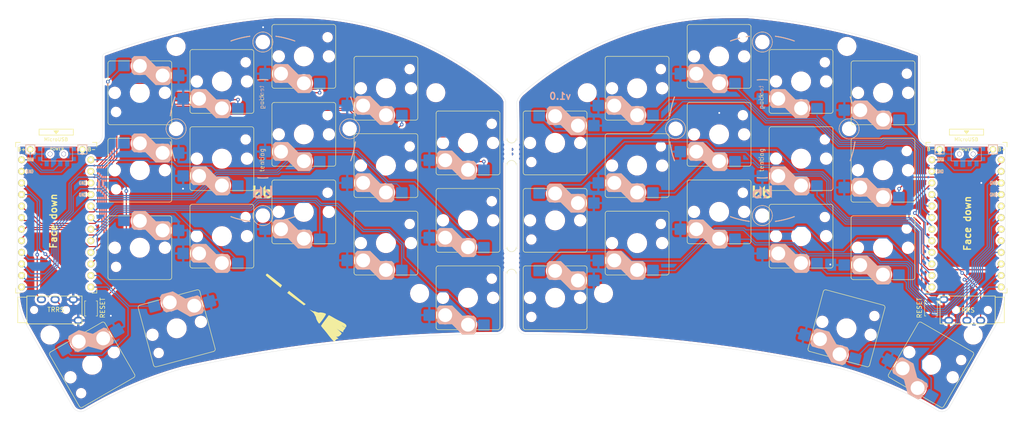
<source format=kicad_pcb>
(kicad_pcb (version 20211014) (generator pcbnew)
  (layers (0 "F.Cu" signal) (31 "B.Cu" signal) (34 "B.Paste" user) (35 "F.Paste" user) (36 "B.SilkS" user "B.Silkscreen") (37 "F.SilkS" user "F.Silkscreen") (38 "B.Mask" user) (39 "F.Mask" user) (44 "Edge.Cuts" user))
  (net 0 "")
  (net 1 "gnd")
  (net 2 "vcc")
  (net 3 "Switch18")
  (net 4 "reset")
  (net 5 "Switch1")
  (net 6 "Switch2")
  (net 7 "Switch3")
  (net 8 "Switch4")
  (net 9 "Switch5")
  (net 10 "Switch6")
  (net 11 "Switch7")
  (net 12 "Switch8")
  (net 13 "Switch9")
  (net 14 "Switch10")
  (net 15 "Switch11")
  (net 16 "Switch12")
  (net 17 "Switch13")
  (net 18 "Switch14")
  (net 19 "Switch15")
  (net 20 "Switch16")
  (net 21 "Switch17")
  (net 22 "raw")
  (net 23 "BT+_r")
  (net 24 "Switch18_r")
  (net 25 "reset_r")
  (net 26 "Switch9_r")
  (net 27 "Switch10_r")
  (net 28 "Switch11_r")
  (net 29 "Switch12_r")
  (net 30 "Switch13_r")
  (net 31 "Switch14_r")
  (net 32 "Switch15_r")
  (net 33 "Switch16_r")
  (net 34 "Switch17_r")
  (net 35 "Switch1_r")
  (net 36 "Switch2_r")
  (net 37 "Switch3_r")
  (net 38 "Switch4_r")
  (net 39 "Switch5_r")
  (net 40 "Switch6_r")
  (net 41 "Switch7_r")
  (net 42 "Switch8_r")
  (net 43 "gnd_r")
  (net 44 "raw_r")
  (net 45 "vcc_r")
  (net 48 "BT+")
  (footprint "kbd:ProMicro_v3_min" (layer "F.Cu") (at 230.178 67.564)
    (fp_text reference "U1" hide)
    (fp_text value "ProMicro-kbd" hide)
  )
  (footprint "* duckyb-collection:TRRS-PJ-320A" (layer "F.Cu") (at 236.474 86.052 -90)
    (fp_text reference "TRRS1")
    (fp_text value "AudioJack4" hide)
  )
  (footprint "* duckyb-collection:SW_Hotswap_Kailh_Choc_V1_tweaked" (layer "F.Cu") (at 175.856 64.516 180)
    (fp_text reference "SW13")
    (fp_text value "SW_Push")
  )
  (footprint "* duckyb-collection:SW_Hotswap_Kailh_Choc_V1_tweaked" (layer "F.Cu") (at 222.386 98.082 150)
    (fp_text reference "SW17")
    (fp_text value "SW_Push")
  )
  (footprint "* duckyb-collection:SW_Hotswap_Kailh_Choc_V1_tweaked" (layer "F.Cu") (at 157.856 71.374 180)
    (fp_text reference "SW12")
    (fp_text value "SW_Push")
  )
  (footprint "* duckyb-collection:SW_Hotswap_Kailh_Choc_V1_tweaked" (layer "F.Cu") (at 203.826 90.082 165)
    (fp_text reference "SW16")
    (fp_text value "SW_Push")
  )
  (footprint "* duckyb-collection:SW_Hotswap_Kailh_Choc_V1_tweaked" (layer "F.Cu") (at 193.856 69.85 180)
    (fp_text reference "SW14")
    (fp_text value "SW_Push")
  )
  (footprint "* duckyb-collection:SW_Hotswap_Kailh_Choc_V1_tweaked" (layer "F.Cu") (at 211.836 72.39 180)
    (fp_text reference "SW15")
    (fp_text value "SW_Push")
  )
  (footprint "* duckyb-collection:SW_Hotswap_Kailh_Choc_V1_tweaked" (layer "F.Cu") (at 175.856 30.382 180)
    (fp_text reference "SW3")
    (fp_text value "SW_Push")
  )
  (footprint "* duckyb-collection:SW_Hotswap_Kailh_Choc_V1_tweaked" (layer "F.Cu") (at 157.856 37.382 180)
    (fp_text reference "SW2")
    (fp_text value "SW_Push")
  )
  (footprint "* duckyb-collection:SW_Hotswap_Kailh_Choc_V1_tweaked" (layer "F.Cu") (at 157.856 54.356 180)
    (fp_text reference "SW7")
    (fp_text value "SW_Push")
  )
  (footprint "* duckyb-collection:SW_Hotswap_Kailh_Choc_V1_tweaked" (layer "F.Cu") (at 139.856 83.382)
    (fp_text reference "SW11")
    (fp_text value "SW_Push")
  )
  (footprint "* duckyb-collection:SW_Hotswap_Kailh_Choc_V1_tweaked" (layer "F.Cu") (at 211.836 55.372 180)
    (fp_text reference "SW10")
    (fp_text value "SW_Push")
  )
  (footprint "* duckyb-collection:SW_Hotswap_Kailh_Choc_V1_tweaked" (layer "F.Cu") (at 193.856 52.832 180)
    (fp_text reference "SW9")
    (fp_text value "SW_Push")
  )
  (footprint "* duckyb-collection:SW_Hotswap_Kailh_Choc_V1_tweaked" (layer "F.Cu") (at 139.856 66.382)
    (fp_text reference "SW6")
    (fp_text value "SW_Push")
  )
  (footprint "* duckyb-collection:SW_Hotswap_Kailh_Choc_V1_tweaked" (layer "F.Cu") (at 211.856 38.382 180)
    (fp_text reference "SW5")
    (fp_text value "SW_Push")
  )
  (footprint "* duckyb-collection:SW_Hotswap_Kailh_Choc_V1_tweaked" (layer "F.Cu") (at 193.856 35.882 180)
    (fp_text reference "SW4")
    (fp_text value "SW_Push")
  )
  (footprint "* duckyb-collection:SW_Hotswap_Kailh_Choc_V1_tweaked" (layer "F.Cu") (at 139.856 49.382)
    (fp_text reference "SW1")
    (fp_text value "SW_Push")
  )
  (footprint "Duckyb-Parts:mouse-bite-5mm-slot-with-space-for-track" (layer "F.Cu") (at 130.302 51.308)
    (fp_text reference "mouse-bite-2mm-slot2" hide)
    (fp_text value "VAL**" hide)
  )
  (footprint "Duckyb-Parts:mouse-bite-5mm-slot-with-space-for-track" (layer "F.Cu") (at 130.302 75.184)
    (fp_text reference "mouse-bite-2mm-slot1" hide)
    (fp_text value "VAL**" hide)
  )
  (footprint "kbd:SW_SPST_B3U-1000P" (layer "F.Cu") (at 222.377 85.725 90)
    (fp_text reference "RSW1" hide)
    (fp_text value "SW_Push")
  )
  (footprint "* duckyb-collection:SW_Hotswap_Kailh_Choc_V1_tweaked" (layer "F.Cu") (at 175.856 47.498 180)
    (fp_text reference "SW8")
    (fp_text value "SW_Push")
  )
  (footprint "* duckyb-collection:Tenting_Puck2_no_pads" (layer "F.Cu") (at 185.356 46.282)
    (fp_text reference "e")
    (fp_text value "Tenting Puck")
  )
  (footprint "kbd:1pin_conn" (layer "F.Cu") (at 235.966 50.8)
    (fp_text reference "Bat+1" hide)
    (fp_text value "MountingHole_Pad" hide)
  )
  (footprint "kbd:1pin_conn" (layer "F.Cu") (at 224.282 50.8)
    (fp_text reference "BatGND1" hide)
    (fp_text value "MountingHole_Pad" hide)
  )
  (footprint "kbd:ProMicro_v3_min" (layer "F.Cu") (at 30.326 67.564)
    (fp_text reference "U2" hide)
    (fp_text value "ProMicro-kbd" hide)
  )
  (footprint "* duckyb-collection:TRRS-PJ-320A" (layer "F.Cu") (at 23.876 86.052 90)
    (fp_text reference "TRRS2")
    (fp_text value "AudioJack4" hide)
  )
  (footprint "* duckyb-collection:SW_Hotswap_Kailh_Choc_V1_tweaked" (layer "F.Cu") (at 48.686 72.39)
    (fp_text reference "SW15_r1")
    (fp_text value "SW_Push")
  )
  (footprint "* duckyb-collection:SW_Hotswap_Kailh_Choc_V1_tweaked" (layer "F.Cu") (at 66.7 52.832 180)
    (fp_text reference "SW9_r1")
    (fp_text value "SW_Push")
  )
  (footprint "* duckyb-collection:SW_Hotswap_Kailh_Choc_V1_tweaked" (layer "F.Cu") (at 84.688 64.516 180)
    (fp_text reference "SW13_r1")
    (fp_text value "SW_Push")
  )
  (footprint "* duckyb-collection:SW_Hotswap_Kailh_Choc_V1_tweaked" (layer "F.Cu") (at 102.714 71.374 180)
    (fp_text reference "SW12_r1")
    (fp_text value "SW_Push")
  )
  (footprint "* duckyb-collection:SW_Hotswap_Kailh_Choc_V1_tweaked" (layer "F.Cu") (at 48.686 38.382)
    (fp_text reference "SW5_r1")
    (fp_text value "SW_Push")
  )
  (footprint "* duckyb-collection:SW_Hotswap_Kailh_Choc_V1_tweaked" (layer "F.Cu") (at 66.7 35.882 180)
    (fp_text reference "SW4_r1")
    (fp_text value "SW_Push")
  )
  (footprint "* duckyb-collection:SW_Hotswap_Kailh_Choc_V1_tweaked" (layer "F.Cu") (at 120.732 49.382 180)
    (fp_text reference "SW1_r1")
    (fp_text value "SW_Push")
  )
  (footprint "* duckyb-collection:SW_Hotswap_Kailh_Choc_V1_tweaked" (layer "F.Cu") (at 66.7 69.85 180)
    (fp_text reference "SW14_r1")
    (fp_text value "SW_Push")
  )
  (footprint "* duckyb-collection:SW_Hotswap_Kailh_Choc_V1_tweaked" (layer "F.Cu") (at 84.688 30.382 180)
    (fp_text reference "SW3_r1")
    (fp_text value "SW_Push")
  )
  (footprint "* duckyb-collection:SW_Hotswap_Kailh_Choc_V1_tweaked" (layer "F.Cu") (at 120.732 83.382 180)
    (fp_text reference "SW11_r1")
    (fp_text value "SW_Push")
  )
  (footprint "* duckyb-collection:SW_Hotswap_Kailh_Choc_V1_tweaked" (layer "F.Cu") (at 48.686 55.372)
    (fp_text reference "SW10_r1")
    (fp_text value "SW_Push")
  )
  (footprint "* duckyb-collection:SW_Hotswap_Kailh_Choc_V1_tweaked" (layer "F.Cu") (at 102.714 37.382 180)
    (fp_text reference "SW2_r1")
    (fp_text value "SW_Push")
  )
  (footprint "* duckyb-collection:SW_Hotswap_Kailh_Choc_V1_tweaked" (layer "F.Cu") (at 102.714 54.356 180)
    (fp_text reference "SW7_r1")
    (fp_text value "SW_Push")
  )
  (footprint "* duckyb-collection:SW_Hotswap_Kailh_Choc_V1_tweaked" (layer "F.Cu") (at 56.778 90.082 15)
    (fp_text reference "SW16_r1")
    (fp_text value "SW_Push")
  )
  (footprint "Kailh:ferris_broom" (layer "F.Cu") (at 84.074 85.344 7)
    (fp_text reference "SweepLogo" hide)
    (fp_text value "LOGO" hide)
  )
  (footprint "* duckyb-collection:SW_Hotswap_Kailh_Choc_V1_tweaked" (layer "F.Cu") (at 84.688 47.498 180)
    (fp_text reference "SW8_r1")
    (fp_text value "SW_Push")
  )
  (footprint "* duckyb-collection:SW_Hotswap_Kailh_Choc_V1_tweaked" (layer "F.Cu") (at 38.218 98.082 30)
    (fp_text reference "SW17_r1")
    (fp_text value "SW_Push")
  )
  (footprint "* duckyb-collection:SW_Hotswap_Kailh_Choc_V1_tweaked" (layer "F.Cu") (at 120.732 66.382 180)
    (fp_text reference "SW6_r1")
    (fp_text value "SW_Push")
  )
  (footprint "* duckyb-collection:Tenting_Puck2_no_pads" (layer "F.Cu") (at 75.692 46.282)
    (fp_text reference "REF_PUCK_R")
    (fp_text value "Tenting Puck")
  )
  (footprint "kbd:1pin_conn" (layer "F.Cu") (at 36.068 50.8)
    (fp_text reference "BatGNDr1")
    (fp_text value "MountingHole_Pad" hide)
  )
  (footprint "kbd:1pin_conn" (layer "F.Cu") (at 24.638 50.8)
    (fp_text reference "Bat+r1")
    (fp_text value "MountingHole_Pad" hide)
  )
  (footprint "kbd:SW_SPST_B3U-1000P" (layer "F.Cu") (at 37.973 85.725 90)
    (fp_text reference "RSW2" hide)
    (fp_text value "SW_Push")
  )
  (footprint "MountingHole:MountingHole_3.2mm_M3" (layer "F.Cu") (at 203.918 28.194)
    (fp_text reference "REF**" hide)
    (fp_text value "MountingHole_3.2mm_M3")
  )
  (footprint "MountingHole:MountingHole_3.2mm_M3" (layer "F.Cu") (at 56.642 28.194)
    (fp_text reference "REF**" hide)
    (fp_text value "MountingHole_3.2mm_M3")
  )
  (footprint "MountingHole:MountingHole_3.2mm_M3" (layer "F.Cu") (at 110.109 82.41961)
    (fp_text reference "REF**" hide)
    (fp_text value "MountingHole_3.2mm_M3")
  )
  (footprint "MountingHole:MountingHole_3.2mm_M3" (layer "F.Cu") (at 28.956 91.567)
    (fp_text reference "REF**" hide)
    (fp_text value "MountingHole_3.2mm_M3")
  )
  (footprint "MountingHole:MountingHole_3.2mm_M3" (layer "F.Cu") (at 231.648 91.567)
    (fp_text reference "REF**" hide)
    (fp_text value "MountingHole_3.2mm_M3")
  )
  (footprint "MountingHole:MountingHole_3.2mm_M3" (layer "F.Cu") (at 150.479 82.41961)
    (fp_text reference "REF**" hide)
    (fp_text value "MountingHole_3.2mm_M3")
  )
  (footprint "MountingHole:MountingHole_3.2mm_M3" (layer "F.Cu") (at 113.665 38.354)
    (fp_text reference "REF**" hide)
    (fp_text value "MountingHole_3.2mm_M3")
  )
  (footprint "MountingHole:MountingHole_3.2mm_M3" (layer "F.Cu") (at 146.905 38.354)
    (fp_text reference "REF**" hide)
    (fp_text value "MountingHole_3.2mm_M3")
  )
  (footprint "Kailh:SPDT_C128955" (layer "B.Cu") (at 230.124 51.816 180)
    (fp_text reference "SW_POWER1")
    (fp_text value "SW_SPDT")
  )
  (footprint "Kailh:SPDT_C128955" (layer "B.Cu") (at 30.48 51.816 180)
    (fp_text reference "SW_POWERR1")
    (fp_text value "SW_SPDT")
  )
  (gr_rect (start 27.178 50.419) (end 33.909 53.34) (layer "B.SilkS") (width 0.12) (fill none))
  (gr_rect (start 226.822 50.419) (end 233.426 53.34) (layer "B.SilkS") (width 0.12) (fill none))
  (gr_line (start 131.5085 77.724) (end 131.506254 89.547024) (layer "Edge.Cuts") (width 0.05))
  (gr_line (start 219.998001 47.763999) (end 219.998045 30.439419) (layer "Edge.Cuts") (width 0.05))
  (gr_arc (start 226.446 107.451265) (mid 225.204995 108.32098) (end 223.714 108.05) (layer "Edge.Cuts") (width 0.05))
  (gr_arc (start 222.033002 49.694917) (mid 220.620534 49.145716) (end 219.998001 47.763999) (layer "Edge.Cuts") (width 0.05))
  (gr_arc (start 182.067777 21.502679) (mid 201.091879 24.375764) (end 219.56329 29.758889) (layer "Edge.Cuts") (width 0.05))
  (gr_arc (start 132.893 38.265) (mid 153.988491 25.788882) (end 178.120389 21.508139) (layer "Edge.Cuts") (width 0.05))
  (gr_arc (start 237.938 49.692) (mid 238.46833 49.91167) (end 238.688 50.442) (layer "Edge.Cuts") (width 0.05))
  (gr_arc (start 131.466055 40.278702) (mid 132.022929 39.160882) (end 132.893 38.265) (layer "Edge.Cuts") (width 0.05))
  (gr_arc (start 133.544 91.383119) (mid 132.156573 90.874102) (end 131.506254 89.547024) (layer "Edge.Cuts") (width 0.05))
  (gr_arc (start 219.56329 29.758889) (mid 219.880079 30.035645) (end 219.998045 30.439419) (layer "Edge.Cuts") (width 0.05))
  (gr_arc (start 202.185134 98.863946) (mid 213.262488 102.723597) (end 223.714 108.05) (layer "Edge.Cuts") (width 0.05))
  (gr_line (start 222.033002 49.694917) (end 237.938 49.692) (layer "Edge.Cuts") (width 0.05))
  (gr_arc (start 133.544 91.383119) (mid 168.064442 93.289554) (end 202.185134 98.863946) (layer "Edge.Cuts") (width 0.05))
  (gr_line (start 238.688 58.42) (end 238.688 66.548) (layer "Edge.Cuts") (width 0.05))
  (gr_line (start 236.953304 88.85815) (end 226.446 107.451265) (layer "Edge.Cuts") (width 0.05))
  (gr_arc (start 238.7 81.534) (mid 238.242913 85.295347) (end 236.953304 88.85815) (layer "Edge.Cuts") (width 0.05))
  (gr_line (start 182.067777 21.502679) (end 178.120389 21.508139) (layer "Edge.Cuts") (width 0.05))
  (gr_line (start 238.688 50.442) (end 238.688 58.42) (layer "Edge.Cuts") (width 0.05))
  (gr_line (start 131.466055 40.278702) (end 131.572 48.768) (layer "Edge.Cuts") (width 0.05))
  (gr_line (start 129.3495 48.768) (end 128.96 48.768) (layer "Edge.Cuts") (width 0.05))
  (gr_line (start 238.688 66.548) (end 238.688 75.438) (layer "Edge.Cuts") (width 0.05))
  (gr_line (start 238.688 75.438) (end 238.7 81.534) (layer "Edge.Cuts") (width 0.05))
  (gr_line (start 129.3495 72.644) (end 128.96 72.644) (layer "Edge.Cuts") (width 0.05))
  (gr_line (start 129.3495 53.848) (end 128.96 53.848) (layer "Edge.Cuts") (width 0.05))
  (gr_line (start 129.3495 77.724) (end 128.96 77.724) (layer "Edge.Cuts") (width 0.05))
  (gr_line (start 131.572 53.848) (end 131.572 72.644) (layer "Edge.Cuts") (width 0.05))
  (gr_line (start 78.412223 21.502679) (end 82.613611 21.508139) (layer "Edge.Cuts") (width 0.05))
  (gr_line (start 21.792 50.442) (end 21.792 58.42) (layer "Edge.Cuts") (width 0.05))
  (gr_line (start 128.96 77.724) (end 128.975507 89.545022) (layer "Edge.Cuts") (width 0.05))
  (gr_arc (start 127.587 38.265) (mid 128.457071 39.160882) (end 129.013945 40.278702) (layer "Edge.Cuts") (width 0.05))
  (gr_arc (start 128.975507 89.545022) (mid 128.324689 90.873432) (end 126.936 91.383119) (layer "Edge.Cuts") (width 0.05))
  (gr_line (start 40.481999 47.763999) (end 40.481955 30.439419) (layer "Edge.Cuts") (width 0.05))
  (gr_line (start 21.792 66.548) (end 21.792 73.914) (layer "Edge.Cuts") (width 0.05))
  (gr_line (start 23.526696 88.85815) (end 34.034 107.451265) (layer "Edge.Cuts") (width 0.05))
  (gr_arc (start 40.481999 47.763999) (mid 39.859467 49.145717) (end 38.446998 49.694917) (layer "Edge.Cuts") (width 0.05))
  (gr_arc (start 40.91671 29.758889) (mid 59.388121 24.375764) (end 78.412223 21.502679) (layer "Edge.Cuts") (width 0.05))
  (gr_arc (start 58.294866 98.863946) (mid 92.415558 93.289555) (end 126.936 91.383119) (layer "Edge.Cuts") (width 0.05))
  (gr_arc (start 23.526696 88.85815) (mid 22.237087 85.295347) (end 21.78 81.534) (layer "Edge.Cuts") (width 0.05))
  (gr_arc (start 21.792 50.442) (mid 22.01167 49.91167) (end 22.542 49.692) (layer "Edge.Cuts") (width 0.05))
  (gr_line (start 38.446998 49.694917) (end 22.542 49.692) (layer "Edge.Cuts") (width 0.05))
  (gr_line (start 21.792 58.42) (end 21.792 66.548) (layer "Edge.Cuts") (width 0.05))
  (gr_arc (start 40.481955 30.439419) (mid 40.599921 30.035645) (end 40.91671 29.758889) (layer "Edge.Cuts") (width 0.05))
  (gr_arc (start 36.766 108.05) (mid 35.275005 108.32098) (end 34.034 107.451265) (layer "Edge.Cuts") (width 0.05))
  (gr_arc (start 82.613611 21.508139) (mid 106.610476 25.833455) (end 127.587 38.265) (layer "Edge.Cuts") (width 0.05))
  (gr_arc (start 36.766 108.05) (mid 47.217512 102.723597) (end 58.294866 98.863946) (layer "Edge.Cuts") (width 0.05))
  (gr_line (start 21.792 73.914) (end 21.78 81.534) (layer "Edge.Cuts") (width 0.05))
  (gr_line (start 128.96 53.848) (end 128.96 72.644) (layer "Edge.Cuts") (width 0.05))
  (gr_line (start 129.013945 40.278702) (end 128.96 48.768) (layer "Edge.Cuts") (width 0.05))
  (gr_line (start 131.572 48.768) (end 131.2545 48.768) (layer "Edge.Cuts") (width 0.05))
  (gr_arc (start 131.254499 72.644) (mid 130.302 73.288873) (end 129.349501 72.643999) (layer "Edge.Cuts") (width 0.05))
  (gr_line (start 131.572 53.848) (end 131.2545 53.848) (layer "Edge.Cuts") (width 0.05))
  (gr_arc (start 129.349501 77.724) (mid 130.302 77.079127) (end 131.254499 77.724001) (layer "Edge.Cuts") (width 0.05))
  (gr_line (start 131.572 72.644) (end 131.2545 72.644) (layer "Edge.Cuts") (width 0.05))
  (gr_arc (start 131.254499 48.768) (mid 130.302 49.412873) (end 129.349501 48.767999) (layer "Edge.Cuts") (width 0.05))
  (gr_line (start 131.5085 77.724) (end 131.2545 77.724) (layer "Edge.Cuts") (width 0.05))
  (gr_arc (start 129.349501 53.848) (mid 130.302 53.203127) (end 131.254499 53.848001) (layer "Edge.Cuts") (width 0.05))
  (gr_text "v1.0" (at 140.97 39.116) (layer "B.SilkS") (effects (font (size 1.5 1.5) (thickness 0.3)) (justify mirror)))
  (gr_text "Face down" (at 230.378 67.056 90) (layer "F.SilkS") (effects (font (size 1.5 1.5) (thickness 0.3))))
  (gr_text "Face down" (at 29.718 66.548 90) (layer "F.SilkS") (effects (font (size 1.5 1.5) (thickness 0.3))))
  (gr_text "B+" (at 22.7076 50.8) (layer "F.SilkS") (effects (font (size 0.8 0.8))))
  (gr_text "B-" (at 38.1 50.8) (layer "F.SilkS") (effects (font (size 0.8 0.8))))
  (gr_text "B-" (at 222.3516 50.7492) (layer "F.SilkS") (effects (font (size 0.8 0.8))))
  (gr_text "B+" (at 237.8964 50.8) (layer "F.SilkS") (effects (font (size 0.8 0.8))))
  (gr_text "POWER" (at 30.48 50.6984) (layer "F.SilkS") (effects (font (size 0.6 0.6) (thickness 0.12))))
  (gr_text "POWER" (at 230.0224 50.8508) (layer "F.SilkS") (effects (font (size 0.6 0.6) (thickness 0.12))))
  (via (at 200.279 76.073) (size 0.8) (drill 0.4) (layers "F.Cu" "B.Cu") (net 1))
  (via (at 175.895 42.799) (size 0.8) (drill 0.4) (layers "F.Cu" "B.Cu") (net 1))
  (via (at 233.426 58.166) (size 0.8) (drill 0.4) (layers "F.Cu" "B.Cu") (net 1))
  (segment (start 229.235 77.9405) (end 229.3245 77.9405) (width 0.25) (layer "F.Cu") (net 2))
  (segment (start 233.274 81.89) (end 233.274 88.352) (width 0.25) (layer "F.Cu") (net 2))
  (segment (start 229.3245 77.9405) (end 233.274 81.89) (width 0.25) (layer "F.Cu") (net 2))
  (via (at 229.235 77.9405) (size 0.8) (drill 0.4) (layers "F.Cu" "B.Cu") (net 2))
  (segment (start 224.028 62.1646) (end 222.5694 60.706) (width 0.25) (layer "B.Cu") (net 2))
  (segment (start 229.235 77.851) (end 224.028 72.644) (width 0.25) (layer "B.Cu") (net 2))
  (segment (start 224.028 72.644) (end 224.028 62.1646) (width 0.25) (layer "B.Cu") (net 2))
  (segment (start 229.235 77.9405) (end 229.235 77.851) (width 0.25) (layer "B.Cu") (net 2))
  (segment (start 229.738701 79.379299) (end 230.274 79.914598) (width 0.25) (layer "F.Cu") (net 3))
  (segment (start 230.274 79.914598) (end 230.274 88.352) (width 0.25) (layer "F.Cu") (net 3))
  (via (at 229.738701 79.379299) (size 0.8) (drill 0.4) (layers "F.Cu" "B.Cu") (net 3))
  (segment (start 231.4324 78.192164) (end 231.4324 75.396011) (width 0.25) (layer "B.Cu") (net 3))
  (segment (start 229.738701 79.379299) (end 230.245265 79.379299) (width 0.25) (layer "B.Cu") (net 3))
  (segment (start 231.4324 75.396011) (end 234.74444 72.083971) (width 0.25) (layer "B.Cu") (net 3))
  (segment (start 234.74444 72.083971) (end 234.74444 58.67096) (width 0.25) (layer "B.Cu") (net 3))
  (segment (start 234.74444 58.67096) (end 237.7894 55.626) (width 0.25) (layer "B.Cu") (net 3))
  (segment (start 230.245265 79.379299) (end 231.4324 78.192164) (width 0.25) (layer "B.Cu") (net 3))
  (segment (start 217.551 65.786) (end 220.345 68.58) (width 0.25) (layer "F.Cu") (net 4))
  (segment (start 217.551 63.1844) (end 217.551 65.786) (width 0.25) (layer "F.Cu") (net 4))
  (segment (start 222.5694 58.166) (end 217.551 63.1844) (width 0.25) (layer "F.Cu") (net 4))
  (segment (start 220.345 68.58) (end 220.345 81.993) (width 0.25) (layer "F.Cu") (net 4))
  (segment (start 220.345 81.993) (end 222.377 84.025) (width 0.25) (layer "F.Cu") (net 4))
  (segment (start 221.869 77.216) (end 236.5194 77.216) (width 0.25) (layer "F.Cu") (net 5))
  (segment (start 220.79452 66.74352) (end 220.79452 76.14152) (width 0.25) (layer "F.Cu") (net 5))
  (segment (start 236.5194 77.216) (end 237.7894 75.946) (width 0.25) (layer "F.Cu") (net 5))
  (segment (start 220.79452 76.14152) (end 221.869 77.216) (width 0.25) (layer "F.Cu") (net 5))
  (segment (start 218.821 64.77) (end 220.79452 66.74352) (width 0.25) (layer "F.Cu") (net 5))
  (via (at 218.821 64.77) (size 0.8) (drill 0.4) (layers "F.Cu" "B.Cu") (net 5))
  (segment (start 212.394594 49.60856) (end 217.753688 49.60856) (width 0.25) (layer "B.Cu") (net 5))
  (segment (start 139.71 46.736) (end 142.748 46.736) (width 0.25) (layer "B.Cu") (net 5))
  (segment (start 219.18192 51.036792) (end 219.18192 58.166) (width 0.25) (layer "B.Cu") (net 5))
  (segment (start 219.18192 64.40908) (end 218.821 64.77) (width 0.25) (layer "B.Cu") (net 5))
  (segment (start 200.100521 48.208521) (end 202.047071 50.155071) (width 0.25) (layer "B.Cu") (net 5))
  (segment (start 142.748 46.736) (end 143.51 47.498) (width 0.25) (layer "B.Cu") (net 5))
  (segment (start 143.51 47.498) (end 160.655 47.498) (width 0.25) (layer "B.Cu") (net 5))
  (segment (start 219.18192 58.166) (end 219.18192 64.40908) (width 0.25) (layer "B.Cu") (net 5))
  (segment (start 211.848083 50.155071) (end 212.394594 49.60856) (width 0.25) (layer "B.Cu") (net 5))
  (segment (start 167.82548 40.32752) (end 181.423085 40.32752) (width 0.25) (layer "B.Cu") (net 5))
  (segment (start 200.100521 48.207628) (end 200.100521 48.208521) (width 0.25) (layer "B.Cu") (net 5))
  (segment (start 199.499479 47.607479) (end 199.500372 47.607479) (width 0.25) (layer "B.Cu") (net 5))
  (segment (start 217.753688 49.60856) (end 219.18192 51.036792) (width 0.25) (layer "B.Cu") (net 5))
  (segment (start 186.063606 44.96804) (end 196.86004 44.96804) (width 0.25) (layer "B.Cu") (net 5))
  (segment (start 196.86004 44.96804) (end 199.499479 47.607479) (width 0.25) (layer "B.Cu") (net 5))
  (segment (start 199.500372 47.607479) (end 200.100521 48.207628) (width 0.25) (layer "B.Cu") (net 5))
  (segment (start 181.423085 40.32752) (end 186.063606 44.96804) (width 0.25) (layer "B.Cu") (net 5))
  (segment (start 136.356 43.382) (end 139.71 46.736) (width 0.25) (layer "B.Cu") (net 5))
  (segment (start 202.047071 50.155071) (end 211.848083 50.155071) (width 0.25) (layer "B.Cu") (net 5))
  (segment (start 160.655 47.498) (end 167.82548 40.32752) (width 0.25) (layer "B.Cu") (net 5))
  (segment (start 199.685677 47.157959) (end 199.68657 47.157959) (width 0.25) (layer "B.Cu") (net 6))
  (segment (start 219.63144 65.327157) (end 221.12708 66.822798) (width 0.25) (layer "B.Cu") (net 6))
  (segment (start 202.234164 49.705551) (end 211.661885 49.705551) (width 0.25) (layer "B.Cu") (net 6))
  (segment (start 186.249803 44.51852) (end 197.046238 44.51852) (width 0.25) (layer "B.Cu") (net 6))
  (segment (start 221.12708 66.822798) (end 221.12708 69.42368) (width 0.25) (layer "B.Cu") (net 6))
  (segment (start 211.661885 49.705551) (end 212.208396 49.15904) (width 0.25) (layer "B.Cu") (net 6))
  (segment (start 197.046238 44.51852) (end 199.685677 47.157959) (width 0.25) (layer "B.Cu") (net 6))
  (segment (start 217.939886 49.15904) (end 219.63144 50.850594) (width 0.25) (layer "B.Cu") (net 6))
  (segment (start 164.86 39.878) (end 181.609283 39.878) (width 0.25) (layer "B.Cu") (net 6))
  (segment (start 212.208396 49.15904) (end 217.939886 49.15904) (width 0.25) (layer "B.Cu") (net 6))
  (segment (start 221.12708 69.42368) (end 222.5694 70.866) (width 0.25) (layer "B.Cu") (net 6))
  (segment (start 219.63144 50.850594) (end 219.63144 65.327157) (width 0.25) (layer "B.Cu") (net 6))
  (segment (start 199.68657 47.157959) (end 202.234164 49.705551) (width 0.25) (layer "B.Cu") (net 6))
  (segment (start 181.609283 39.878) (end 186.249803 44.51852) (width 0.25) (layer "B.Cu") (net 6))
  (segment (start 161.356 43.382) (end 164.86 39.878) (width 0.25) (layer "B.Cu") (net 6))
  (segment (start 179.356 36.989) (end 186.436 44.069) (width 0.25) (layer "B.Cu") (net 7))
  (segment (start 220.08096 65.14096) (end 222.5694 67.6294) (width 0.25) (layer "B.Cu") (net 7))
  (segment (start 211.475687 49.256031) (end 212.022198 48.70952) (width 0.25) (layer "B.Cu") (net 7))
  (segment (start 179.356 36.382) (end 179.356 36.989) (width 0.25) (layer "B.Cu") (net 7))
  (segment (start 220.08096 50.664396) (end 220.08096 65.14096) (width 0.25) (layer "B.Cu") (net 7))
  (segment (start 222.5694 67.6294) (end 222.5694 68.326) (width 0.25) (layer "B.Cu") (net 7))
  (segment (start 218.126084 48.70952) (end 220.08096 50.664396) (width 0.25) (layer "B.Cu") (net 7))
  (segment (start 186.436 44.069) (end 197.233329 44.069) (width 0.25) (layer "B.Cu") (net 7))
  (segment (start 197.233329 44.069) (end 202.420361 49.256031) (width 0.25) (layer "B.Cu") (net 7))
  (segment (start 202.420361 49.256031) (end 211.475687 49.256031) (width 0.25) (layer "B.Cu") (net 7))
  (segment (start 212.022198 48.70952) (end 218.126084 48.70952) (width 0.25) (layer "B.Cu") (net 7))
  (segment (start 220.53048 50.478199) (end 220.53048 63.74708) (width 0.25) (layer "B.Cu") (net 8))
  (segment (start 197.356 41.882) (end 197.356 43.555953) (width 0.25) (layer "B.Cu") (net 8))
  (segment (start 202.606558 48.806511) (end 211.289489 48.806511) (width 0.25) (layer "B.Cu") (net 8))
  (segment (start 211.836 48.26) (end 218.312281 48.26) (width 0.25) (layer "B.Cu") (net 8))
  (segment (start 218.312281 48.26) (end 220.53048 50.478199) (width 0.25) (layer "B.Cu") (net 8))
  (segment (start 211.289489 48.806511) (end 211.836 48.26) (width 0.25) (layer "B.Cu") (net 8))
  (segment (start 220.53048 63.74708) (end 222.5694 65.786) (width 0.25) (layer "B.Cu") (net 8))
  (segment (start 197.356 43.555953) (end 202.606558 48.806511) (width 0.25) (layer "B.Cu") (net 8))
  (segment (start 220.98 62.738) (end 221.488 63.246) (width 0.25) (layer "B.Cu") (net 9))
  (segment (start 215.356 44.382) (end 215.356 44.668) (width 0.25) (layer "B.Cu") (net 9))
  (segment (start 220.98 50.292) (end 220.98 62.738) (width 0.25) (layer "B.Cu") (net 9))
  (segment (start 221.488 63.246) (end 222.5694 63.246) (width 0.25) (layer "B.Cu") (net 9))
  (segment (start 215.356 44.668) (end 220.98 50.292) (width 0.25) (layer "B.Cu") (net 9))
  (segment (start 204.139594 65.83444) (end 215.977842 65.83444) (width 0.25) (layer "B.Cu") (net 10))
  (segment (start 137.269671 60.382) (end 139.069192 58.582479) (width 0.25) (layer "B.Cu") (net 10))
  (segment (start 200.41604 57.539605) (end 200.41604 62.110886) (width 0.25) (layer "B.Cu") (net 10))
  (segment (start 215.977842 65.83444) (end 215.995364 65.816919) (width 0.25) (layer "B.Cu") (net 10))
  (segment (start 145.633521 58.582479) (end 155.084521 49.131479) (width 0.25) (layer "B.Cu") (net 10))
  (segment (start 139.069192 58.582479) (end 145.633521 58.582479) (width 0.25) (layer "B.Cu") (net 10))
  (segment (start 188.468 50.927) (end 193.28396 55.74296) (width 0.25) (layer "B.Cu") (net 10))
  (segment (start 220.67756 68.455513) (end 220.67756 71.51416) (width 0.25) (layer "B.Cu") (net 10))
  (segment (start 174.879 50.927) (end 188.468 50.927) (width 0.25) (layer "B.Cu") (net 10))
  (segment (start 200.41604 62.110886) (end 204.139594 65.83444) (width 0.25) (layer "B.Cu") (net 10))
  (segment (start 220.67756 71.51416) (end 222.5694 73.406) (width 0.25) (layer "B.Cu") (net 10))
  (segment (start 136.356 60.382) (end 137.269671 60.382) (width 0.25) (layer "B.Cu") (net 10))
  (segment (start 218.038966 65.816919) (end 220.67756 68.455513) (width 0.25) (layer "B.Cu") (net 10))
  (segment (start 198.619395 55.74296) (end 200.41604 57.539605) (width 0.25) (layer "B.Cu") (net 10))
  (segment (start 193.28396 55.74296) (end 198.619395 55.74296) (width 0.25) (layer "B.Cu") (net 10))
  (segment (start 173.083479 49.131479) (end 174.879 50.927) (width 0.25) (layer "B.Cu") (net 10))
  (segment (start 155.084521 49.131479) (end 173.083479 49.131479) (width 0.25) (layer "B.Cu") (net 10))
  (segment (start 215.995364 65.816919) (end 218.038966 65.816919) (width 0.25) (layer "B.Cu") (net 10))
  (segment (start 199.96652 57.725802) (end 198.433198 56.19248) (width 0.25) (layer "B.Cu") (net 11))
  (segment (start 217.852768 66.266439) (end 216.181561 66.266439) (width 0.25) (layer "B.Cu") (net 11))
  (segment (start 189.919677 54.282959) (end 184.584959 54.282959) (width 0.25) (layer "B.Cu") (net 11))
  (segment (start 216.181561 66.266439) (end 216.16404 66.28396) (width 0.25) (layer "B.Cu") (net 11))
  (segment (start 191.829198 56.19248) (end 189.919677 54.282959) (width 0.25) (layer "B.Cu") (net 11))
  (segment (start 220.22804 68.641711) (end 217.852768 66.266439) (width 0.25) (layer "B.Cu") (net 11))
  (segment (start 203.953396 66.28396) (end 199.96652 62.297084) (width 0.25) (layer "B.Cu") (net 11))
  (segment (start 198.433198 56.19248) (end 191.829198 56.19248) (width 0.25) (layer "B.Cu") (net 11))
  (segment (start 184.584959 54.282959) (end 181.737 51.435) (width 0.25) (layer "B.Cu") (net 11))
  (segment (start 175.006 51.435) (end 166.085 60.356) (width 0.25) (layer "B.Cu") (net 11))
  (segment (start 166.085 60.356) (end 161.356 60.356) (width 0.25) (layer "B.Cu") (net 11))
  (segment (start 199.96652 62.297084) (end 199.96652 57.725802) (width 0.25) (layer "B.Cu") (net 11))
  (segment (start 222.5694 75.946) (end 220.22804 73.60464) (width 0.25) (layer "B.Cu") (net 11))
  (segment (start 220.22804 73.60464) (end 220.22804 68.641711) (width 0.25) (layer "B.Cu") (net 11))
  (segment (start 216.16404 66.28396) (end 203.953396 66.28396) (width 0.25) (layer "B.Cu") (net 11))
  (segment (start 181.737 51.435) (end 175.006 51.435) (width 0.25) (layer "B.Cu") (net 11))
  (segment (start 216.445431 66.715959) (end 217.66657 66.715959) (width 0.25) (layer "B.Cu") (net 12))
  (segment (start 179.356 53.498) (end 179.579 53.721) (width 0.25) (layer "B.Cu") (net 12))
  (segment (start 184.398761 54.732479) (end 189.733479 54.732479) (width 0.25) (layer "B.Cu") (net 12))
  (segment (start 179.579 53.721) (end 183.387282 53.721) (width 0.25) (layer "B.Cu") (net 12))
  (segment (start 189.733479 54.732479) (end 191.643 56.642) (width 0.25) (layer "B.Cu") (net 12))
  (segment (start 203.767198 66.73348) (end 216.427909 66.73348) (width 0.25) (layer "B.Cu") (net 12))
  (segment (start 199.517 57.912) (end 199.517 62.483282) (width 0.25) (layer "B.Cu") (net 12))
  (segment (start 216.427909 66.73348) (end 216.445431 66.715959) (width 0.25) (layer "B.Cu") (net 12))
  (segment (start 199.517 62.483282) (end 203.767198 66.73348) (width 0.25) (layer "B.Cu") (net 12))
  (segment (start 191.643 56.642) (end 198.247 56.642) (width 0.25) (layer "B.Cu") (net 12))
  (segment (start 198.247 56.642) (end 199.517 57.912) (width 0.25) (layer "B.Cu") (net 12))
  (segment (start 217.66657 66.715959) (end 219.77852 68.827909) (width 0.25) (layer "B.Cu") (net 12))
  (segment (start 183.387282 53.721) (end 184.398761 54.732479) (width 0.25) (layer "B.Cu") (net 12))
  (segment (start 219.77852 75.69512) (end 222.5694 78.486) (width 0.25) (layer "B.Cu") (net 12))
  (segment (start 219.77852 68.827909) (end 219.77852 75.69512) (width 0.25) (layer "B.Cu") (net 12))
  (segment (start 197.356 58.832) (end 197.356 60.958) (width 0.25) (layer "B.Cu") (net 13))
  (segment (start 197.356 60.958) (end 203.581 67.183) (width 0.25) (layer "B.Cu") (net 13))
  (segment (start 219.329 69.014107) (end 219.329 77.7856) (width 0.25) (layer "B.Cu") (net 13))
  (segment (start 217.480372 67.165479) (end 219.329 69.014107) (width 0.25) (layer "B.Cu") (net 13))
  (segment (start 203.581 67.183) (end 216.614107 67.183) (width 0.25) (layer "B.Cu") (net 13))
  (segment (start 219.329 77.7856) (end 222.5694 81.026) (width 0.25) (layer "B.Cu") (net 13))
  (segment (start 216.614107 67.183) (end 216.631628 67.165479) (width 0.25) (layer "B.Cu") (net 13))
  (segment (start 216.631628 67.165479) (end 217.480372 67.165479) (width 0.25) (layer "B.Cu") (net 13))
  (segment (start 234.569 56.896) (end 237.7894 53.6756) (width 0.25) (layer "F.Cu") (net 14))
  (segment (start 215.392 59.436) (end 217.932 56.896) (width 0.25) (layer "F.Cu") (net 14))
  (segment (start 217.932 56.896) (end 234.569 56.896) (width 0.25) (layer "F.Cu") (net 14))
  (segment (start 237.7894 53.6756) (end 237.7894 53.086) (width 0.25) (layer "F.Cu") (net 14))
  (via (at 215.392 59.436) (size 0.8) (drill 0.4) (layers "F.Cu" "B.Cu") (net 14))
  (segment (start 215.336 61.372) (end 215.336 59.492) (width 0.25) (layer "B.Cu") (net 14))
  (segment (start 215.336 59.492) (end 215.392 59.436) (width 0.25) (layer "B.Cu") (net 14))
  (segment (start 173.506959 69.442994) (end 174.882995 68.066959) (width 0.25) (layer "B.Cu") (net 15))
  (segment (start 141.097 73.279) (end 152.064671 73.279) (width 0.25) (layer "B.Cu") (net 15))
  (segment (start 206.248 70.231) (end 212.725 70.231) (width 0.25) (layer "B.Cu") (net 15))
  (segment (start 237.7894 63.5816) (end 237.7894 63.246) (width 0.25) (layer "B.Cu") (net 15))
  (segment (start 220.853 82.55) (end 227.710282 82.55) (width 0.25) (layer "B.Cu") (net 15))
  (segment (start 212.725 70.231) (end 218.821 76.327) (width 0.25) (layer "B.Cu") (net 15))
  (segment (start 193.04 67.691) (end 194.818 67.691) (width 0.25) (layer "B.Cu") (net 15))
  (segment (start 136.356 77.382) (end 136.994 77.382) (width 0.25) (layer "B.Cu") (net 15))
  (segment (start 235.19396 67.745723) (end 235.204 67.735683) (width 0.25) (layer "B.Cu") (net 15))
  (segment (start 174.882995 68.066959) (end 181.352394 68.066959) (width 0.25) (layer "B.Cu") (net 15))
  (segment (start 136.994 77.382) (end 141.097 73.279) (width 0.25) (layer "B.Cu") (net 15))
  (segment (start 192.278 68.453) (end 193.04 67.691) (width 0.25) (layer "B.Cu") (net 15))
  (segment (start 235.19396 72.270169) (end 235.19396 67.745723) (width 0.25) (layer "B.Cu") (net 15))
  (segment (start 218.821 80.518) (end 220.853 82.55) (width 0.25) (layer "B.Cu") (net 15))
  (segment (start 194.818 67.691) (end 200.39596 73.26896) (width 0.25) (layer "B.Cu") (net 15))
  (segment (start 203.21004 73.26896) (end 206.248 70.231) (width 0.25) (layer "B.Cu") (net 15))
  (segment (start 154.681479 73.274479) (end 156.718 75.311) (width 0.25) (layer "B.Cu") (net 15))
  (segment (start 235.204 67.735683) (end 235.204 66.167) (width 0.25) (layer "B.Cu") (net 15))
  (segment (start 152.069192 73.274479) (end 154.681479 73.274479) (width 0.25) (layer "B.Cu") (net 15))
  (segment (start 181.738435 68.453) (end 192.278 68.453) (width 0.25) (layer "B.Cu") (net 15))
  (segment (start 173.506959 69.443323) (end 173.506959 69.442994) (width 0.25) (layer "B.Cu") (net 15))
  (segment (start 231.88192 78.378362) (end 231.88192 75.582209) (width 0.25) (layer "B.Cu") (net 15))
  (segment (start 235.204 66.167) (end 237.7894 63.5816) (width 0.25) (layer "B.Cu") (net 15))
  (segment (start 200.39596 73.26896) (end 203.21004 73.26896) (width 0.25) (layer "B.Cu") (net 15))
  (segment (start 152.064671 73.279) (end 152.069192 73.274479) (width 0.25) (layer "B.Cu") (net 15))
  (segment (start 167.639282 75.311) (end 173.506959 69.443323) (width 0.25) (layer "B.Cu") (net 15))
  (segment (start 227.710282 82.55) (end 231.88192 78.378362) (width 0.25) (layer "B.Cu") (net 15))
  (segment (start 231.88192 75.582209) (end 235.19396 72.270169) (width 0.25) (layer "B.Cu") (net 15))
  (segment (start 181.352394 68.066959) (end 181.738435 68.453) (width 0.25) (layer "B.Cu") (net 15))
  (segment (start 156.718 75.311) (end 167.639282 75.311) (width 0.25) (layer "B.Cu") (net 15))
  (segment (start 218.821 76.327) (end 218.821 80.518) (width 0.25) (layer "B.Cu") (net 15))
  (segment (start 235.64348 72.456367) (end 235.64348 67.93192) (width 0.25) (layer "B.Cu") (net 16))
  (segment (start 187.882995 71.300959) (end 192.315834 71.300959) (width 0.25) (layer "B.Cu") (net 16))
  (segment (start 192.315834 71.300959) (end 194.225355 73.21048) (width 0.25) (layer "B.Cu") (net 16))
  (segment (start 181.166197 68.516479) (end 183.955198 71.30548) (width 0.25) (layer "B.Cu") (net 16))
  (segment (start 218.32304 76.464758) (end 218.32304 80.78204) (width 0.25) (layer "B.Cu") (net 16))
  (segment (start 209.609198 73.71848) (end 211.318678 75.42796) (width 0.25) (layer "B.Cu") (net 16))
  (segment (start 223.31444 85.77344) (end 225.12256 85.77344) (width 0.25) (layer "B.Cu") (net 16))
  (segment (start 232.33144 75.768407) (end 235.64348 72.456367) (width 0.25) (layer "B.Cu") (net 16))
  (segment (start 166.212 77.374) (end 173.956479 69.629521) (width 0.25) (layer "B.Cu") (net 16))
  (segment (start 232.33144 78.56456) (end 232.33144 75.768407) (width 0.25) (layer "B.Cu") (net 16))
  (segment (start 195.146527 73.71848) (end 209.609198 73.71848) (width 0.25) (layer "B.Cu") (net 16))
  (segment (start 187.878473 71.30548) (end 187.882995 71.300959) (width 0.25) (layer "B.Cu") (net 16))
  (segment (start 217.286242 75.42796) (end 218.32304 76.464758) (width 0.25) (layer "B.Cu") (net 16))
  (segment (start 173.956479 69.629192) (end 175.069192 68.516479) (width 0.25) (layer "B.Cu") (net 16))
  (segment (start 218.32304 80.78204) (end 223.31444 85.77344) (width 0.25) (layer "B.Cu") (net 16))
  (segment (start 183.955198 71.30548) (end 187.878473 71.30548) (width 0.25) (layer "B.Cu") (net 16))
  (segment (start 194.225355 73.21048) (end 194.638527 73.21048) (width 0.25) (layer "B.Cu") (net 16))
  (segment (start 173.956479 69.629521) (end 173.956479 69.629192) (width 0.25) (layer "B.Cu") (net 16))
  (segment (start 211.318678 75.42796) (end 217.286242 75.42796) (width 0.25) (layer "B.Cu") (net 16))
  (segment (start 175.069192 68.516479) (end 181.166197 68.516479) (width 0.25) (layer "B.Cu") (net 16))
  (segment (start 225.12256 85.77344) (end 232.33144 78.56456) (width 0.25) (layer "B.Cu") (net 16))
  (segment (start 235.64348 67.93192) (end 237.7894 65.786) (width 0.25) (layer "B.Cu") (net 16))
  (segment (start 161.356 77.374) (end 166.212 77.374) (width 0.25) (layer "B.Cu") (net 16))
  (segment (start 194.638527 73.21048) (end 195.146527 73.71848) (width 0.25) (layer "B.Cu") (net 16))
  (segment (start 188.069192 71.750479) (end 192.129637 71.750479) (width 0.25) (layer "B.Cu") (net 17))
  (segment (start 179.356 70.516) (end 182.53 70.516) (width 0.25) (layer "B.Cu") (net 17))
  (segment (start 183.769 71.755) (end 188.064671 71.755) (width 0.25) (layer "B.Cu") (net 17))
  (segment (start 192.129637 71.750479) (end 194.039158 73.66) (width 0.25) (layer "B.Cu") (net 17))
  (segment (start 217.100044 75.87748) (end 217.87352 76.650956) (width 0.25) (layer "B.Cu") (net 17))
  (segment (start 211.13248 75.87748) (end 217.100044 75.87748) (width 0.25) (layer "B.Cu") (net 17))
  (segment (start 225.308758 86.22296) (end 232.78096 78.750758) (width 0.25) (layer "B.Cu") (net 17))
  (segment (start 194.452329 73.66) (end 194.960329 74.168) (width 0.25) (layer "B.Cu") (net 17))
  (segment (start 232.78096 78.750758) (end 232.78096 75.954605) (width 0.25) (layer "B.Cu") (net 17))
  (segment (start 236.093 72.642565) (end 236.093 69.977) (width 0.25) (layer "B.Cu") (net 17))
  (segment (start 232.78096 75.954605) (end 236.093 72.642565) (width 0.25) (layer "B.Cu") (net 17))
  (segment (start 209.423 74.168) (end 211.13248 75.87748) (width 0.25) (layer "B.Cu") (net 17))
  (segment (start 194.960329 74.168) (end 209.423 74.168) (width 0.25) (layer "B.Cu") (net 17))
  (segment (start 217.87352 76.650956) (end 217.87352 80.968238) (width 0.25) (layer "B.Cu") (net 17))
  (segment (start 217.87352 80.968238) (end 223.128242 86.22296) (width 0.25) (layer "B.Cu") (net 17))
  (segment (start 194.039158 73.66) (end 194.452329 73.66) (width 0.25) (layer "B.Cu") (net 17))
  (segment (start 223.128242 86.22296) (end 225.308758 86.22296) (width 0.25) (layer "B.Cu") (net 17))
  (segment (start 237.744 68.326) (end 237.7894 68.326) (width 0.25) (layer "B.Cu") (net 17))
  (segment (start 236.093 69.977) (end 237.744 68.326) (width 0.25) (layer "B.Cu") (net 17))
  (segment (start 188.064671 71.755) (end 188.069192 71.750479) (width 0.25) (layer "B.Cu") (net 17))
  (segment (start 182.53 70.516) (end 183.769 71.755) (width 0.25) (layer "B.Cu") (net 17))
  (segment (start 199.595521 78.089521) (end 209.35015 78.089521) (width 0.25) (layer "B.Cu") (net 18))
  (segment (start 233.23048 78.936956) (end 233.23048 76.140802) (width 0.25) (layer "B.Cu") (net 18))
  (segment (start 197.356 75.85) (end 199.595521 78.089521) (width 0.25) (layer "B.Cu") (net 18))
  (segment (start 216.913846 76.327) (end 217.424 76.837154) (width 0.25) (layer "B.Cu") (net 18))
  (segment (start 222.942044 86.67248) (end 225.494956 86.67248) (width 0.25) (layer "B.Cu") (net 18))
  (segment (start 225.494956 86.67248) (end 233.23048 78.936956) (width 0.25) (layer "B.Cu") (net 18))
  (segment (start 209.35015 78.089521) (end 211.112671 76.327) (width 0.25) (layer "B.Cu") (net 18))
  (segment (start 237.7894 71.581882) (end 237.7894 70.866) (width 0.25) (layer "B.Cu") (net 18))
  (segment (start 217.424 81.154436) (end 222.942044 86.67248) (width 0.25) (layer "B.Cu") (net 18))
  (segment (start 233.23048 76.140802) (end 237.7894 71.581882) (width 0.25) (layer "B.Cu") (net 18))
  (segment (start 211.112671 76.327) (end 216.913846 76.327) (width 0.25) (layer "B.Cu") (net 18))
  (segment (start 217.424 76.837154) (end 217.424 81.154436) (width 0.25) (layer "B.Cu") (net 18))
  (segment (start 225.681154 87.122) (end 233.68 79.123154) (width 0.25) (layer "B.Cu") (net 19))
  (segment (start 216.97448 81.340634) (end 222.755846 87.122) (width 0.25) (layer "B.Cu") (net 19))
  (segment (start 216.97448 80.02848) (end 216.97448 81.340634) (width 0.25) (layer "B.Cu") (net 19))
  (segment (start 233.68 76.327) (end 236.601 73.406) (width 0.25) (layer "B.Cu") (net 19))
  (segment (start 215.336 78.39) (end 216.97448 80.02848) (width 0.25) (layer "B.Cu") (net 19))
  (segment (start 233.68 79.123154) (end 233.68 76.327) (width 0.25) (layer "B.Cu") (net 19))
  (segment (start 222.755846 87.122) (end 225.681154 87.122) (width 0.25) (layer "B.Cu") (net 19))
  (segment (start 236.601 73.406) (end 237.7894 73.406) (width 0.25) (layer "B.Cu") (net 19))
  (segment (start 228.1174 87.249) (end 236.8804 78.486) (width 0.25) (layer "B.Cu") (net 20))
  (segment (start 223.0882 93.726) (end 228.1174 88.6968) (width 0.25) (layer "B.Cu") (net 20))
  (segment (start 205.653826 96.783422) (end 208.711248 93.726) (width 0.25) (layer "B.Cu") (net 20))
  (segment (start 236.8804 78.486) (end 237.7894 78.486) (width 0.25) (layer "B.Cu") (net 20))
  (segment (start 228.1174 88.6968) (end 228.1174 87.249) (width 0.25) (layer "B.Cu") (net 20))
  (segment (start 208.711248 93.726) (end 223.0882 93.726) (width 0.25) (layer "B.Cu") (net 20))
  (segment (start 222.417089 101.046906) (end 220.311479 98.941296) (width 0.25) (layer "B.Cu") (net 21))
  (segment (start 228.56692 88.882998) (end 228.56692 87.435198) (width 0.25) (layer "B.Cu") (net 21))
  (segment (start 228.56692 87.435198) (end 234.976118 81.026) (width 0.25) (layer "B.Cu") (net 21))
  (segment (start 220.311479 98.941296) (end 220.311479 97.138439) (width 0.25) (layer "B.Cu") (net 21))
  (segment (start 222.417089 105.028152) (end 222.417089 101.046906) (width 0.25) (layer "B.Cu") (net 21))
  (segment (start 220.311479 97.138439) (end 228.56692 88.882998) (width 0.25) (layer "B.Cu") (net 21))
  (segment (start 234.976118 81.026) (end 237.7894 81.026) (width 0.25) (layer "B.Cu") (net 21))
  (segment (start 227.457 55.372) (end 225.171 53.086) (width 0.25) (layer "B.Cu") (net 22))
  (segment (start 231.14 55.372) (end 227.457 55.372) (width 0.25) (layer "B.Cu") (net 22))
  (segment (start 232.374 53.891) (end 232.374 54.138) (width 0.25) (layer "B.Cu") (net 22))
  (segment (start 232.374 54.138) (end 231.14 55.372) (width 0.25) (layer "B.Cu") (net 22))
  (segment (start 225.171 53.086) (end 222.5694 53.086) (width 0.25) (layer "B.Cu") (net 22))
  (segment (start 29.749 55.372) (end 31.23 53.891) (width 0.25) (layer "B.Cu") (net 23))
  (segment (start 24.638 50.8) (end 24.638 52.832) (width 0.25) (layer "B.Cu") (net 23))
  (segment (start 24.638 52.832) (end 27.178 55.372) (width 0.25) (layer "B.Cu") (net 23))
  (segment (start 27.178 55.372) (end 29.749 55.372) (width 0.25) (layer "B.Cu") (net 23))
  (segment (start 31.414 85.09) (end 30.076 83.752) (width 0.25) (layer "F.Cu") (net 24))
  (segment (start 45.72 59.944) (end 45.72 78.74) (width 0.25) (layer "F.Cu") (net 24))
  (segment (start 39.37 85.09) (end 31.414 85.09) (width 0.25) (layer "F.Cu") (net 24))
  (segment (start 45.72 78.74) (end 39.37 85.09) (width 0.25) (layer "F.Cu") (net 24))
  (via (at 45.72 59.944) (size 0.8) (drill 0.4) (layers "F.Cu" "B.Cu") (net 24))
  (segment (start 45.72 59.182) (end 45.72 59.944) (width 0.25) (layer "B.Cu") (net 24))
  (segment (start 40.259718 57.277) (end 43.815 57.277) (width 0.25) (layer "B.Cu") (net 24))
  (segment (start 39.429198 56.44648) (end 40.259718 57.277) (width 0.25) (layer "B.Cu") (net 24))
  (segment (start 38.75788 56.44648) (end 39.429198 56.44648) (width 0.25) (layer "B.Cu") (net 24))
  (segment (start 43.815 57.277) (end 45.72 59.182) (width 0.25) (layer "B.Cu") (net 24))
  (segment (start 37.9374 55.626) (end 38.75788 56.44648) (width 0.25) (layer "B.Cu") (net 24))
  (segment (start 37.973 83.693) (end 37.973 84.152) (width 0.25) (layer "F.Cu") (net 25))
  (segment (start 37.973 84.025) (end 37.973 83.82) (width 0.25) (layer "F.Cu") (net 25))
  (segment (start 37.973 83.82) (end 27.94 73.787) (width 0.25) (layer "F.Cu") (net 25))
  (via (at 27.94 73.787) (size 0.8) (drill 0.4) (layers "F.Cu" "B.Cu") (net 25))
  (segment (start 26.67 62.1186) (end 22.7174 58.166) (width 0.25) (layer "B.Cu") (net 25))
  (segment (start 26.67 72.517) (end 26.67 62.1186) (width 0.25) (layer "B.Cu") (net 25))
  (segment (start 27.94 73.787) (end 26.67 72.517) (width 0.25) (layer "B.Cu") (net 25))
  (segment (start 26.162 81.026) (end 30.734 76.454) (width 0.25) (layer "B.Cu") (net 26))
  (segment (start 68.137 56.769) (end 70.2 58.832) (width 0.25) (layer "B.Cu") (net 26))
  (segment (start 65.787436 56.769) (end 68.137 56.769) (width 0.25) (layer "B.Cu") (net 26))
  (segment (start 30.734 76.454) (end 30.734 68.453001) (width 0.25) (layer "B.Cu") (net 26))
  (segment (start 22.7174 81.026) (end 26.162 81.026) (width 0.25) (layer "B.Cu") (net 26))
  (segment (start 30.734 68.453001) (end 37.338001 61.849) (width 0.25) (layer "B.Cu") (net 26))
  (segment (start 37.338001 61.849) (end 60.707436 61.849) (width 0.25) (layer "B.Cu") (net 26))
  (segment (start 60.707436 61.849) (end 65.787436 56.769) (width 0.25) (layer "B.Cu") (net 26))
  (segment (start 45.186 49.372) (end 41.472 53.086) (width 0.25) (layer "B.Cu") (net 27))
  (segment (start 41.472 53.086) (end 37.9374 53.086) (width 0.25) (layer "B.Cu") (net 27))
  (segment (start 42.034847 64.516) (end 39.2074 64.516) (width 0.25) (layer "B.Cu") (net 28))
  (segment (start 124.232 89.382) (end 123.518329 89.382) (width 0.25) (layer "B.Cu") (net 28))
  (segment (start 43.314887 63.23596) (end 42.034847 64.516) (width 0.25) (layer "B.Cu") (net 28))
  (segment (start 74.473844 61.542439) (end 72.780323 63.23596) (width 0.25) (layer "B.Cu") (net 28))
  (segment (start 116.193808 82.057479) (end 114.061479 82.057479) (width 0.25) (layer "B.Cu") (net 28))
  (segment (start 114.061479 82.057479) (end 106.62152 74.61752) (width 0.25) (layer "B.Cu") (net 28))
  (segment (start 103.437197 68.38448) (end 97.849198 68.38448) (width 0.25) (layer "B.Cu") (net 28))
  (segment (start 106.62152 74.61752) (end 106.62152 71.568802) (width 0.25) (layer "B.Cu") (net 28))
  (segment (start 72.780323 63.23596) (end 43.314887 63.23596) (width 0.25) (layer "B.Cu") (net 28))
  (segment (start 87.450439 61.542439) (end 74.473844 61.542439) (width 0.25) (layer "B.Cu") (net 28))
  (segment (start 97.849198 68.38448) (end 92.134198 62.66948) (width 0.25) (layer "B.Cu") (net 28))
  (segment (start 106.358197 71.30548) (end 103.437197 68.38448) (width 0.25) (layer "B.Cu") (net 28))
  (segment (start 92.134198 62.66948) (end 88.57748 62.66948) (width 0.25) (layer "B.Cu") (net 28))
  (segment (start 123.518329 89.382) (end 116.193808 82.057479) (width 0.25) (layer "B.Cu") (net 28))
  (segment (start 88.57748 62.66948) (end 87.450439 61.542439) (width 0.25) (layer "B.Cu") (net 28))
  (segment (start 39.2074 64.516) (end 37.9374 63.246) (width 0.25) (layer "B.Cu") (net 28))
  (segment (start 106.62152 71.568802) (end 106.358197 71.30548) (width 0.25) (layer "B.Cu") (net 28))
  (segment (start 72.96652 63.68548) (end 43.501085 63.68548) (width 0.25) (layer "B.Cu") (net 29))
  (segment (start 91.948 63.119) (end 88.391282 63.119) (width 0.25) (layer "B.Cu") (net 29))
  (segment (start 103.251 68.834) (end 97.663 68.834) (width 0.25) (layer "B.Cu") (net 29))
  (segment (start 87.264241 61.991959) (end 74.660042 61.991959) (width 0.25) (layer "B.Cu") (net 29))
  (segment (start 43.501085 63.68548) (end 40.511564 66.675) (width 0.25) (layer "B.Cu") (net 29))
  (segment (start 97.663 68.834) (end 91.948 63.119) (width 0.25) (layer "B.Cu") (net 29))
  (segment (start 106.214 77.374) (end 106.172 77.332) (width 0.25) (layer "B.Cu") (net 29))
  (segment (start 106.172 71.755) (end 103.251 68.834) (width 0.25) (layer "B.Cu") (net 29))
  (segment (start 88.391282 63.119) (end 87.264241 61.991959) (width 0.25) (layer "B.Cu") (net 29))
  (segment (start 38.8264 66.675) (end 37.9374 65.786) (width 0.25) (layer "B.Cu") (net 29))
  (segment (start 74.660042 61.991959) (end 72.96652 63.68548) (width 0.25) (layer "B.Cu") (net 29))
  (segment (start 40.511564 66.675) (end 38.8264 66.675) (width 0.25) (layer "B.Cu") (net 29))
  (segment (start 106.172 77.332) (end 106.172 71.755) (width 0.25) (layer "B.Cu") (net 29))
  (segment (start 87.078043 62.441479) (end 88.188 63.551436) (width 0.25) (layer "B.Cu") (net 30))
  (segment (start 88.188 63.551436) (end 88.188 70.516) (width 0.25) (layer "B.Cu") (net 30))
  (segment (start 39.496282 68.326) (end 43.687282 64.135) (width 0.25) (layer "B.Cu") (net 30))
  (segment (start 43.687282 64.135) (end 73.152718 64.135) (width 0.25) (layer "B.Cu") (net 30))
  (segment (start 73.152718 64.135) (end 74.846239 62.441479) (width 0.25) (layer "B.Cu") (net 30))
  (segment (start 74.846239 62.441479) (end 87.078043 62.441479) (width 0.25) (layer "B.Cu") (net 30))
  (segment (start 37.9374 68.326) (end 39.496282 68.326) (width 0.25) (layer "B.Cu") (net 30))
  (segment (start 70.2 75.85) (end 70.2 75.28) (width 0.25) (layer "B.Cu") (net 31))
  (segment (start 62.175479 68.525479) (end 60.397479 68.525479) (width 0.25) (layer "B.Cu") (net 31))
  (segment (start 70.2 75.28) (end 68.199 73.279) (width 0.25) (layer "B.Cu") (net 31))
  (segment (start 60.397479 68.525479) (end 56.462479 64.590479) (width 0.25) (layer "B.Cu") (net 31))
  (segment (start 68.199 73.279) (end 66.929 73.279) (width 0.25) (layer "B.Cu") (net 31))
  (segment (start 56.462479 64.590479) (end 43.867521 64.590479) (width 0.25) (layer "B.Cu") (net 31))
  (segment (start 37.9374 70.5206) (end 37.9374 70.866) (width 0.25) (layer "B.Cu") (net 31))
  (segment (start 43.867521 64.590479) (end 37.9374 70.5206) (width 0.25) (layer "B.Cu") (net 31))
  (segment (start 66.929 73.279) (end 62.175479 68.525479) (width 0.25) (layer "B.Cu") (net 31))
  (segment (start 45.186 66.39) (end 44.582 65.786) (width 0.25) (layer "B.Cu") (net 32))
  (segment (start 39.37 69.723718) (end 39.37 71.9734) (width 0.25) (layer "B.Cu") (net 32))
  (segment (start 44.582 65.786) (end 43.307718 65.786) (width 0.25) (layer "B.Cu") (net 32))
  (segment (start 43.307718 65.786) (end 39.37 69.723718) (width 0.25) (layer "B.Cu") (net 32))
  (segment (start 39.37 71.9734) (end 37.9374 73.406) (width 0.25) (layer "B.Cu") (net 32))
  (segment (start 51.844345 85.192312) (end 46.330312 85.192312) (width 0.25) (layer "B.Cu") (net 33))
  (segment (start 46.330312 85.192312) (end 39.624 78.486) (width 0.25) (layer "B.Cu") (net 33))
  (segment (start 39.624 78.486) (end 37.9374 78.486) (width 0.25) (layer "B.Cu") (net 33))
  (segment (start 46.101 91.567) (end 46.101 85.598718) (width 0.25) (layer "B.Cu") (net 34))
  (segment (start 39.077296 96.007479) (end 39.081817 96.012) (width 0.25) (layer "B.Cu") (net 34))
  (segment (start 37.354183 96.012) (end 37.358704 96.007479) (width 0.25) (layer "B.Cu") (net 34))
  (segment (start 42.432504 94.007479) (end 43.660521 94.007479) (width 0.25) (layer "B.Cu") (net 34))
  (segment (start 46.101 85.598718) (end 41.528282 81.026) (width 0.25) (layer "B.Cu") (net 34))
  (segment (start 43.660521 94.007479) (end 46.101 91.567) (width 0.25) (layer "B.Cu") (net 34))
  (segment (start 39.081817 96.012) (end 40.427983 96.012) (width 0.25) (layer "B.Cu") (net 34))
  (segment (start 32.186911 94.635848) (end 33.563063 96.012) (width 0.25) (layer "B.Cu") (net 34))
  (segment (start 37.358704 96.007479) (end 39.077296 96.007479) (width 0.25) (layer "B.Cu") (net 34))
  (segment (start 33.563063 96.012) (end 37.354183 96.012) (width 0.25) (layer "B.Cu") (net 34))
  (segment (start 41.528282 81.026) (end 37.9374 81.026) (width 0.25) (layer "B.Cu") (net 34))
  (segment (start 40.427983 96.012) (end 42.432504 94.007479) (width 0.25) (layer "B.Cu") (net 34))
  (segment (start 47.616396 41.79304) (end 43.625218 45.784218) (width 0.25) (layer "F.Cu") (net 35))
  (segment (start 124.206 53.467) (end 121.774591 53.467) (width 0.25) (layer "F.Cu") (net 35))
  (segment (start 83.87848 42.23252) (end 81.39696 44.71404) (width 0.25) (layer "F.Cu") (net 35))
  (segment (start 41.275 72.6084) (end 37.9374 75.946) (width 0.25) (layer "F.Cu") (net 35))
  (segment (start 81.39696 44.71404) (end 62.238604 44.71404) (width 0.25) (layer "F.Cu") (net 35))
  (segment (start 43.625218 45.784218) (end 43.625218 52.769935) (width 0.25) (layer "F.Cu") (net 35))
  (segment (start 100.532521 48.057479) (end 94.707562 42.23252) (width 0.25) (layer "F.Cu") (net 35))
  (segment (start 41.275 55.120153) (end 41.275 72.6084) (width 0.25) (layer "F.Cu") (net 35))
  (segment (start 94.707562 42.23252) (end 83.87848 42.23252) (width 0.25) (layer "F.Cu") (net 35))
  (segment (start 43.625218 52.769935) (end 41.275 55.120153) (width 0.25) (layer "F.Cu") (net 35))
  (segment (start 59.317604 41.79304) (end 47.616396 41.79304) (width 0.25) (layer "F.Cu") (net 35))
  (segment (start 116.36507 48.057479) (end 100.532521 48.057479) (width 0.25) (layer "F.Cu") (net 35))
  (segment (start 62.238604 44.71404) (end 59.317604 41.79304) (width 0.25) (layer "F.Cu") (net 35))
  (segment (start 121.774591 53.467) (end 116.36507 48.057479) (width 0.25) (layer "F.Cu") (net 35))
  (via (at 124.206 53.467) (size 0.8) (drill 0.4) (layers "F.Cu" "B.Cu") (net 35))
  (segment (start 124.232 55.382) (end 124.232 53.493) (width 0.25) (layer "B.Cu") (net 35))
  (segment (start 124.232 53.493) (end 124.206 53.467) (width 0.25) (layer "B.Cu") (net 35))
  (segment (start 43.053 45.720718) (end 43.053 52.706436) (width 0.25) (layer "F.Cu") (net 36))
  (segment (start 40.82548 54.933956) (end 40.82548 70.68052) (width 0.25) (layer "F.Cu") (net 36))
  (segment (start 81.184041 44.26452) (end 62.424802 44.26452) (width 0.25) (layer "F.Cu") (net 36))
  (segment (start 40.82548 70.68052) (end 39.37 72.136) (width 0.25) (layer "F.Cu") (net 36))
  (segment (start 83.665561 41.783) (end 81.184041 44.26452) (width 0.25) (layer "F.Cu") (net 36))
  (segment (start 37.465 72.136) (end 33.73356 68.40456) (width 0.25) (layer "F.Cu") (net 36))
  (segment (start 22.7174 70.3736) (end 22.7174 70.866) (width 0.25) (layer "F.Cu") (net 36))
  (segment (start 103.903041 47.607959) (end 100.718718 47.607959) (width 0.25) (layer "F.Cu") (net 36))
  (segment (start 62.424802 44.26452) (end 59.503802 41.34352) (width 0.25) (layer "F.Cu") (net 36))
  (segment (start 59.503802 41.34352) (end 47.430198 41.34352) (width 0.25) (layer "F.Cu") (net 36))
  (segment (start 94.893759 41.783) (end 83.665561 41.783) (width 0.25) (layer "F.Cu") (net 36))
  (segment (start 43.053 52.706436) (end 40.82548 54.933956) (width 0.25) (layer "F.Cu") (net 36))
  (segment (start 47.430198 41.34352) (end 43.053 45.720718) (width 0.25) (layer "F.Cu") (net 36))
  (segment (start 24.68644 68.40456) (end 22.7174 70.3736) (width 0.25) (layer "F.Cu") (net 36))
  (segment (start 39.37 72.136) (end 37.465 72.136) (width 0.25) (layer "F.Cu") (net 36))
  (segment (start 100.718718 47.607959) (end 94.893759 41.783) (width 0.25) (layer "F.Cu") (net 36))
  (segment (start 33.73356 68.40456) (end 24.68644 68.40456) (width 0.25) (layer "F.Cu") (net 36))
  (segment (start 106.172 45.339) (end 103.903041 47.607959) (width 0.25) (layer "F.Cu") (net 36))
  (via (at 106.172 45.339) (size 0.8) (drill 0.4) (layers "F.Cu" "B.Cu") (net 36))
  (segment (start 106.214 43.382) (end 106.214 45.297) (width 0.25) (layer "B.Cu") (net 36))
  (segment (start 106.214 45.297) (end 106.172 45.339) (width 0.25) (layer "B.Cu") (net 36))
  (segment (start 24.1144 67.564) (end 23.3524 68.326) (width 0.25) (layer "F.Cu") (net 37))
  (segment (start 34.55404 67.95504) (end 25.53704 67.95504) (width 0.25) (layer "F.Cu") (net 37))
  (segment (start 42.55504 52.568676) (end 40.37596 54.747759) (width 0.25) (layer "F.Cu") (net 37))
  (segment (start 40.37596 54.747759) (end 40.37596 68.71704) (width 0.25) (layer "F.Cu") (net 37))
  (segment (start 39.497 69.596) (end 36.195 69.596) (width 0.25) (layer "F.Cu") (net 37))
  (segment (start 36.195 69.596) (end 34.55404 67.95504) (width 0.25) (layer "F.Cu") (net 37))
  (segment (start 25.53704 67.95504) (end 25.146 67.564) (width 0.25) (layer "F.Cu") (net 37))
  (segment (start 86.458843 38.354) (end 80.997843 43.815) (width 0.25) (layer "F.Cu") (net 37))
  (segment (start 40.37596 68.71704) (end 39.497 69.596) (width 0.25) (layer "F.Cu") (net 37))
  (segment (start 59.69 40.894) (end 47.244 40.894) (width 0.25) (layer "F.Cu") (net 37))
  (segment (start 23.3524 68.326) (end 22.7174 68.326) (width 0.25) (layer "F.Cu") (net 37))
  (segment (start 47.244 40.894) (end 42.55504 45.58296) (width 0.25) (layer "F.Cu") (net 37))
  (segment (start 25.146 67.564) (end 24.1144 67.564) (width 0.25) (layer "F.Cu") (net 37))
  (segment (start 80.997843 43.815) (end 62.611 43.815) (width 0.25) (layer "F.Cu") (net 37))
  (segment (start 42.55504 45.58296) (end 42.55504 52.568676) (width 0.25) (layer "F.Cu") (net 37))
  (segment (start 88.138 38.354) (end 86.458843 38.354) (width 0.25) (layer "F.Cu") (net 37))
  (segment (start 62.611 43.815) (end 59.69 40.894) (width 0.25) (layer "F.Cu") (net 37))
  (via (at 88.138 38.354) (size 0.8) (drill 0.4) (layers "F.Cu" "B.Cu") (net 37))
  (segment (start 88.188 38.304) (end 88.138 38.354) (width 0.25) (layer "B.Cu") (net 37))
  (segment (start 88.188 36.382) (end 88.188 38.304) (width 0.25) (layer "B.Cu") (net 37))
  (segment (start 36.195 67.056) (end 35.74548 67.50552) (width 0.25) (layer "F.Cu") (net 38))
  (segment (start 56.007 37.465) (end 55.118 36.576) (width 0.25) (layer "F.Cu") (net 38))
  (segment (start 26.610802 67.50552) (end 25.526282 66.421) (width 0.25) (layer "F.Cu") (net 38))
  (segment (start 39.92644 54.561559) (end 39.92644 65.99156) (width 0.25) (layer "F.Cu") (net 38))
  (segment (start 42.10552 52.382479) (end 39.92644 54.561559) (width 0.25) (layer "F.Cu") (net 38))
  (segment (start 47.385521 36.307479) (end 42.10552 41.58748) (width 0.25) (layer "F.Cu") (net 38))
  (segment (start 23.3524 66.421) (end 22.7174 65.786) (width 0.25) (layer "F.Cu") (net 38))
  (segment (start 55.118 36.576) (end 51.322909 36.576) (width 0.25) (layer "F.Cu") (net 38))
  (segment (start 62.992 37.465) (end 56.007 37.465) (width 0.25) (layer "F.Cu") (net 38))
  (segment (start 42.10552 41.58748) (end 42.10552 52.382479) (width 0.25) (layer "F.Cu") (net 38))
  (segment (start 65.405 39.878) (end 62.992 37.465) (width 0.25) (layer "F.Cu") (net 38))
  (segment (start 38.862 67.056) (end 36.195 67.056) (width 0.25) (layer "F.Cu") (net 38))
  (segment (start 25.526282 66.421) (end 23.3524 66.421) (width 0.25) (layer "F.Cu") (net 38))
  (segment (start 51.054388 36.307479) (end 47.385521 36.307479) (width 0.25) (layer "F.Cu") (net 38))
  (segment (start 35.74548 67.50552) (end 26.610802 67.50552) (width 0.25) (layer "F.Cu") (net 38))
  (segment (start 51.322909 36.576) (end 51.054388 36.307479) (width 0.25) (layer "F.Cu") (net 38))
  (segment (start 70.231 39.878) (end 65.405 39.878) (width 0.25) (layer "F.Cu") (net 38))
  (segment (start 39.92644 65.99156) (end 38.862 67.056) (width 0.25) (layer "F.Cu") (net 38))
  (via (at 70.231 39.878) (size 0.8) (drill 0.4) (layers "F.Cu" "B.Cu") (net 38))
  (segment (start 70.2 41.882) (end 70.2 39.909) (width 0.25) (layer "B.Cu") (net 38))
  (segment (start 70.2 39.909) (end 70.231 39.878) (width 0.25) (layer "B.Cu") (net 38))
  (segment (start 39.47692 63.64708) (end 38.608 64.516) (width 0.25) (layer "F.Cu") (net 39))
  (segment (start 39.47692 54.375362) (end 39.47692 63.64708) (width 0.25) (layer "F.Cu") (net 39))
  (segment (start 27.051 67.056) (end 24.384 64.389) (width 0.25) (layer "F.Cu") (net 39))
  (segment (start 23.8604 64.389) (end 22.7174 63.246) (width 0.25) (layer "F.Cu") (net 39))
  (segment (start 41.656 52.196282) (end 39.47692 54.375362) (width 0.25) (layer "F.Cu") (net 39))
  (segment (start 34.671 67.056) (end 27.051 67.056) (width 0.25) (layer "F.Cu") (net 39))
  (segment (start 37.211 64.516) (end 34.671 67.056) (width 0.25) (layer "F.Cu") (net 39))
  (segment (start 38.608 64.516) (end 37.211 64.516) (width 0.25) (layer "F.Cu") (net 39))
  (segment (start 41.656 35.941) (end 41.656 52.196282) (width 0.25) (layer "F.Cu") (net 39))
  (segment (start 24.384 64.389) (end 23.8604 64.389) (width 0.25) (layer "F.Cu") (net 39))
  (via (at 41.656 35.941) (size 0.8) (drill 0.4) (layers "F.Cu" "B.Cu") (net 39))
  (segment (start 45.186 32.411) (end 45.186 32.382) (width 0.25) (layer "B.Cu") (net 39))
  (segment (start 41.656 35.941) (end 45.186 32.411) (width 0.25) (layer "B.Cu") (net 39))
  (segment (start 56.007 53.594) (end 50.8 53.594) (width 0.25) (layer "B.Cu") (net 40))
  (segment (start 123.518329 72.382) (end 109.043288 57.906959) (width 0.25) (layer "B.Cu") (net 40))
  (segment (start 37.084 54.356) (end 33.147 58.293) (width 0.25) (layer "B.Cu") (net 40))
  (segment (start 29.38544 73.61156) (end 28.067 74.93) (width 0.25) (layer "B.Cu") (net 40))
  (segment (start 83.06017 51.048959) (end 78.74717 55.36196) (width 0.25) (layer "B.Cu") (net 40))
  (segment (start 50.419 53.213) (end 41.980718 53.213) (width 0.25) (layer "B.Cu") (net 40))
  (segment (start 98.988041 53.648323) (end 98.988041 53.621166) (width 0.25) (layer "B.Cu") (net 40))
  (segment (start 64.408363 54.483) (end 56.896 54.483) (width 0.25) (layer "B.Cu") (net 40))
  (segment (start 96.415833 51.048959) (end 83.06017 51.048959) (width 0.25) (layer "B.Cu") (net 40))
  (segment (start 40.837718 54.356) (end 37.084 54.356) (width 0.25) (layer "B.Cu") (net 40))
  (segment (start 124.232 72.382) (end 123.518329 72.382) (width 0.25) (layer "B.Cu") (net 40))
  (segment (start 65.287323 55.36196) (end 64.408363 54.483) (width 0.25) (layer "B.Cu") (net 40))
  (segment (start 103.246677 57.906959) (end 98.988041 53.648323) (width 0.25) (layer "B.Cu") (net 40))
  (segment (start 24.2414 74.93) (end 22.7174 73.406) (width 0.25) (layer "B.Cu") (net 40))
  (segment (start 41.980718 53.213) (end 40.837718 54.356) (width 0.25) (layer "B.Cu") (net 40))
  (segment (start 50.8 53.594) (end 50.419 53.213) (width 0.25) (layer "B.Cu") (net 40))
  (segment (start 56.896 54.483) (end 56.007 53.594) (width 0.25) (layer "B.Cu") (net 40))
  (segment (start 98.988041 53.621166) (end 96.415833 51.048959) (width 0.25) (layer "B.Cu") (net 40))
  (segment (start 33.147 64.132849) (end 29.38544 67.894409) (width 0.25) (layer "B.Cu") (net 40))
  (segment (start 28.067 74.93) (end 24.2414 74.93) (width 0.25) (layer "B.Cu") (net 40))
  (segment (start 109.043288 57.906959) (end 103.246677 57.906959) (width 0.25) (layer "B.Cu") (net 40))
  (segment (start 78.74717 55.36196) (end 65.287323 55.36196) (width 0.25) (layer "B.Cu") (net 40))
  (segment (start 33.147 58.293) (end 33.147 64.132849) (width 0.25) (layer "B.Cu") (net 40))
  (segment (start 29.38544 67.894409) (end 29.38544 73.61156) (width 0.25) (layer "B.Cu") (net 40))
  (segment (start 60.33504 60.94996) (end 42.28096 60.94996) (width 0.25) (layer "B.Cu") (net 41))
  (segment (start 42.28096 60.94996) (end 40.132 58.801) (width 0.25) (layer "B.Cu") (net 41))
  (segment (start 96.229636 51.498479) (end 83.246368 51.498479) (width 0.25) (layer "B.Cu") (net 41))
  (segment (start 65.47352 55.81148) (end 60.33504 60.94996) (width 0.25) (layer "B.Cu") (net 41))
  (segment (start 33.59652 58.479198) (end 33.59652 64.319046) (width 0.25) (layer "B.Cu") (net 41))
  (segment (start 29.83496 76.081604) (end 27.811564 78.105) (width 0.25) (layer "B.Cu") (net 41))
  (segment (start 35.179718 56.896) (end 33.59652 58.479198) (width 0.25) (layer "B.Cu") (net 41))
  (segment (start 27.811564 78.105) (end 24.8764 78.105) (width 0.25) (layer "B.Cu") (net 41))
  (segment (start 39.243 56.896) (end 35.179718 56.896) (width 0.25) (layer "B.Cu") (net 41))
  (segment (start 105.092479 58.356479) (end 103.060479 58.356479) (width 0.25) (layer "B.Cu") (net 41))
  (segment (start 106.214 60.356) (end 106.214 59.478) (width 0.25) (layer "B.Cu") (net 41))
  (segment (start 33.59652 64.319046) (end 29.83496 68.080606) (width 0.25) (layer "B.Cu") (net 41))
  (segment (start 24.8764 78.105) (end 22.7174 75.946) (width 0.25) (layer "B.Cu") (net 41))
  (segment (start 98.538521 53.834521) (end 98.538521 53.807364) (width 0.25) (layer "B.Cu") (net 41))
  (segment (start 98.538521 53.807364) (end 96.229636 51.498479) (width 0.25) (layer "B.Cu") (net 41))
  (segment (start 83.246368 51.498479) (end 78.933368 55.81148) (width 0.25) (layer "B.Cu") (net 41))
  (segment (start 106.214 59.478) (end 105.092479 58.356479) (width 0.25) (layer "B.Cu") (net 41))
  (segment (start 40.132 58.801) (end 40.132 57.785) (width 0.25) (layer "B.Cu") (net 41))
  (segment (start 40.132 57.785) (end 39.243 56.896) (width 0.25) (layer "B.Cu") (net 41))
  (segment (start 29.83496 68.080606) (end 29.83496 76.081604) (width 0.25) (layer "B.Cu") (net 41))
  (segment (start 78.933368 55.81148) (end 65.47352 55.81148) (width 0.25) (layer "B.Cu") (net 41))
  (segment (start 103.060479 58.356479) (end 98.538521 53.834521) (width 0.25) (layer "B.Cu") (net 41))
  (segment (start 34.04604 64.505243) (end 30.28448 68.266803) (width 0.25) (layer "B.Cu") (net 42))
  (segment (start 85.868561 55.817439) (end 79.563126 55.817439) (width 0.25) (layer "B.Cu") (net 42))
  (segment (start 30.28448 76.267802) (end 26.923282 79.629) (width 0.25) (layer "B.Cu") (net 42))
  (segment (start 60.521237 61.39948) (end 42.094762 61.39948) (width 0.25) (layer "B.Cu") (net 42))
  (segment (start 35.687 59.436) (end 34.04604 61.07696) (width 0.25) (layer "B.Cu") (net 42))
  (segment (start 40.131282 59.436) (end 35.687 59.436) (width 0.25) (layer "B.Cu") (net 42))
  (segment (start 79.563126 55.817439) (end 79.119565 56.261) (width 0.25) (layer "B.Cu") (net 42))
  (segment (start 65.659718 56.261) (end 60.521237 61.39948) (width 0.25) (layer "B.Cu") (net 42))
  (segment (start 88.188 53.498) (end 85.868561 55.817439) (width 0.25) (layer "B.Cu") (net 42))
  (segment (start 34.04604 61.07696) (end 34.04604 64.505243) (width 0.25) (layer "B.Cu") (net 42))
  (segment (start 42.094762 61.39948) (end 40.131282 59.436) (width 0.25) (layer "B.Cu") (net 42))
  (segment (start 30.28448 68.266803) (end 30.28448 76.267802) (width 0.25) (layer "B.Cu") (net 42))
  (segment (start 23.8604 79.629) (end 22.7174 78.486) (width 0.25) (layer "B.Cu") (net 42))
  (segment (start 79.119565 56.261) (end 65.659718 56.261) (width 0.25) (layer "B.Cu") (net 42))
  (segment (start 26.923282 79.629) (end 23.8604 79.629) (width 0.25) (layer "B.Cu") (net 42))
  (via (at 42.3164 87.3252) (size 0.8) (drill 0.4) (layers "F.Cu" "B.Cu") (net 43))
  (via (at 75.7428 23.9776) (size 0.8) (drill 0.4) (layers "F.Cu" "B.Cu") (net 43))
  (via (at 58.166 59.436) (size 0.8) (drill 0.4) (layers "F.Cu" "B.Cu") (net 43))
  (segment (start 26.991803 55.82152) (end 31.42748 55.82152) (width 0.25) (layer "B.Cu") (net 44))
  (segment (start 24.256282 53.086) (end 26.991803 55.82152) (width 0.25) (layer "B.Cu") (net 44))
  (segment (start 31.42748 55.82152) (end 32.73 54.519) (width 0.25) (layer "B.Cu") (net 44))
  (segment (start 32.73 54.519) (end 32.73 53.891) (width 0.25) (layer "B.Cu") (net 44))
  (segment (start 22.7174 53.086) (end 24.256282 53.086) (width 0.25) (layer "B.Cu") (net 44))
  (segment (start 26.162 73.914) (end 26.162 82.838) (width 0.25) (layer "F.Cu") (net 45))
  (segment (start 26.162 82.838) (end 27.076 83.752) (width 0.25) (layer "F.Cu") (net 45))
  (via (at 26.162 73.914) (size 0.8) (drill 0.4) (layers "F.Cu" "B.Cu") (net 45))
  (segment (start 26.162 62.246318) (end 24.621682 60.706) (width 0.25) (layer "B.Cu") (net 45))
  (segment (start 24.621682 60.706) (end 22.7174 60.706) (width 0.25) (layer "B.Cu") (net 45))
  (segment (start 26.162 73.914) (end 26.162 62.246318) (width 0.25) (layer "B.Cu") (net 45))
  (segment (start 232.66305 51.943) (end 234.823 51.943) (width 0.25) (layer "B.Cu") (net 48))
  (segment (start 230.874 53.716) (end 231.949479 52.640521) (width 0.25) (layer "B.Cu") (net 48))
  (segment (start 234.823 51.943) (end 235.966 50.8) (width 0.25) (layer "B.Cu") (net 48))
  (segment (start 230.874 53.891) (end 230.874 53.716) (width 0.25) (layer "B.Cu") (net 48))
  (segment (start 231.965529 52.640521) (end 232.66305 51.943) (width 0.25) (layer "B.Cu") (net 48))
  (segment (start 231.949479 52.640521) (end 231.965529 52.640521) (width 0.25) (layer "B.Cu") (net 48))
  (zone (net 1) (net_name "gnd") (layers F&B.Cu) (connect_pads (clearance 0.508)) (min_thickness 0.254) (fill yes (thermal_gap 0.508) (thermal_bridge_width 0.508) (island_removal_mode 1) (island_area_min 0))
    (polygon (pts (xy 242.24879 18.626106) (xy 242.814929 113.121939) (xy 130.555388 113.075923) (xy 130.25268 18.002735)))
  )
  (zone (net 43) (net_name "gnd_r") (layers F&B.Cu) (connect_pads (clearance 0.508)) (min_thickness 0.254) (fill yes (thermal_gap 0.508) (thermal_bridge_width 0.508) (island_removal_mode 1) (island_area_min 0))
    (polygon (pts (xy 129.7432 18.5928) (xy 129.3876 112.7252) (xy 17.9832 113.0808) (xy 18.8976 18.7452)))
  )
)
</source>
